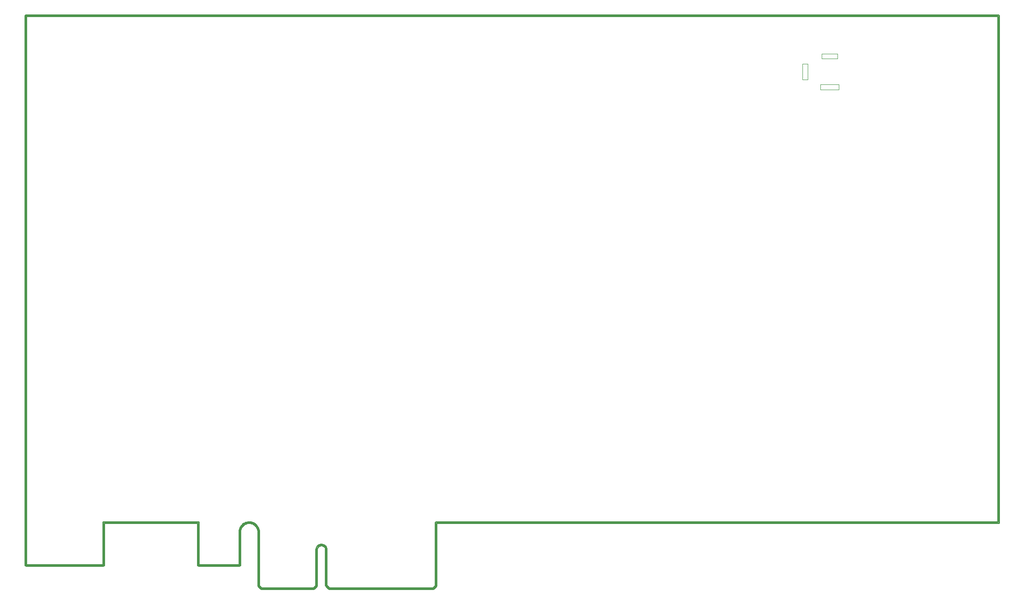
<source format=gm1>
%FSTAX25Y25*%
%MOIN*%
%SFA1B1*%

%IPPOS*%
%ADD13C,0.003940*%
%ADD14C,0.010000*%
%ADD168C,0.000000*%
%LNgrandmaster-1*%
%LPD*%
G54D13*
X0776138Y0543501D02*
D01*
X077612Y0544002*
X0776068Y05445*
X077598Y0544994*
X0775859Y0545481*
X0775704Y0545958*
X0775516Y0546423*
X0775296Y0546874*
X0775046Y0547308*
X0774765Y0547724*
X0774457Y0548119*
X0774121Y0548492*
X077376Y054884*
X0773376Y0549162*
X077297Y0549457*
X0772545Y0549723*
X0772102Y0549958*
X0771644Y0550162*
X0771173Y0550334*
X0770691Y0550472*
X07702Y0550576*
X0769704Y0550646*
X0769203Y0550681*
X0768702*
X0768201Y0550646*
X0767705Y0550576*
X0767214Y0550472*
X0766732Y0550334*
X0766261Y0550162*
X0765803Y0549958*
X076536Y0549723*
X0764935Y0549457*
X0764529Y0549162*
X0764145Y054884*
X0763784Y0548492*
X0763448Y0548119*
X076314Y0547724*
X0762859Y0547308*
X0762609Y0546874*
X0762389Y0546423*
X0762201Y0545958*
X0762046Y0545481*
X0761925Y0544994*
X0761837Y05445*
X0761785Y0544002*
X0761768Y0543501*
X0598972Y0518205D02*
X0658028D01*
Y0550686*
X0730272*
Y0518205D02*
Y0550686D01*
Y0518205D02*
X0761768D01*
Y0543501*
G54D14*
X133991Y0937169D02*
D01*
X1339884Y0937192*
X1339857Y0937214*
X1339829Y0937235*
X1339799Y0937253*
X1339768Y0937269*
X1339736Y0937282*
X1339703Y0937294*
X1339669Y0937303*
X1339635Y093731*
X13396Y0937314*
X1339565Y0937316*
X1339555Y0937317*
X1340105Y0936767D02*
D01*
X1340103Y0936801*
X13401Y0936836*
X1340094Y093687*
X1340085Y0936904*
X1340074Y0936938*
X1340061Y093697*
X1340046Y0937001*
X1340029Y0937031*
X1340009Y093706*
X1339988Y0937088*
X1339964Y0937114*
X1339959Y0937121*
X1339909Y0937171D02*
D01*
X1339883Y0937194*
X1339856Y0937216*
X1339827Y0937236*
X1339797Y0937254*
X1339766Y093727*
X1339734Y0937284*
X1339701Y0937295*
X1339667Y0937304*
X1339633Y0937311*
X1339598Y0937315*
X1339563Y0937317*
X1339555Y0937317*
X1340105Y0936767D02*
D01*
X1340103Y0936801*
X13401Y0936836*
X1340094Y093687*
X1340085Y0936904*
X1340074Y0936938*
X1340061Y093697*
X1340046Y0937001*
X1340029Y0937031*
X1340009Y093706*
X1339988Y0937088*
X1339964Y0937114*
X1339957Y0937122*
X1339959Y0550231D02*
D01*
X1339982Y0550256*
X1340004Y0550283*
X1340024Y0550312*
X1340042Y0550342*
X1340058Y0550373*
X1340072Y0550405*
X1340083Y0550438*
X1340092Y0550472*
X1340099Y0550506*
X1340103Y0550541*
X1340105Y0550576*
X1340105Y0550585*
X1339957Y055023D02*
D01*
X133998Y0550255*
X1340002Y0550282*
X1340023Y055031*
X1340041Y055034*
X1340057Y0550371*
X134007Y0550403*
X1340082Y0550436*
X1340091Y055047*
X1340098Y0550504*
X1340102Y0550539*
X1340104Y0550574*
X1340105Y0550585*
X1339555Y0550035D02*
D01*
X1339589Y0550036*
X1339624Y0550039*
X1339658Y0550045*
X1339692Y0550054*
X1339726Y0550065*
X1339758Y0550078*
X1339789Y0550093*
X1339819Y055011*
X1339848Y055013*
X1339876Y0550151*
X1339902Y0550175*
X133991Y0550183*
X1339555Y0550035D02*
D01*
X1339589Y0550036*
X1339624Y0550039*
X1339658Y0550045*
X1339692Y0550054*
X1339726Y0550065*
X1339758Y0550078*
X1339789Y0550093*
X1339819Y055011*
X1339848Y055013*
X1339876Y0550151*
X1339902Y0550175*
X1339909Y0550181*
X0911254Y0551035D02*
D01*
X0911219Y0551033*
X0911184Y055103*
X091115Y0551024*
X0911116Y0551015*
X0911082Y0551004*
X091105Y0550991*
X0911019Y0550976*
X0910989Y0550959*
X091096Y0550939*
X0910932Y0550918*
X0910906Y0550894*
X0910882Y0550869*
X0910859Y0550842*
X0910839Y0550814*
X091082Y0550785*
X0910804Y0550754*
X091079Y0550722*
X0910778Y0550689*
X0910768Y0550655*
X0910761Y0550621*
X0910756Y0550587*
X0910754Y0550552*
X0910754Y0550535*
X0911254Y0551035D02*
D01*
X0911219Y0551033*
X0911184Y055103*
X091115Y0551024*
X0911116Y0551015*
X0911082Y0551004*
X091105Y0550991*
X0911019Y0550976*
X0910989Y0550959*
X091096Y0550939*
X0910932Y0550918*
X0910906Y0550894*
X0910882Y0550869*
X0910859Y0550842*
X0910839Y0550814*
X091082Y0550785*
X0910804Y0550754*
X091079Y0550722*
X0910778Y0550689*
X0910768Y0550655*
X0910761Y0550621*
X0910756Y0550587*
X0910754Y0550552*
X0910754Y0550535*
X0828204Y0529885D02*
D01*
X0828193Y0530174*
X0828163Y0530462*
X0828113Y0530747*
X0828043Y0531028*
X0827953Y0531304*
X0827845Y0531572*
X0827718Y0531833*
X0827573Y0532084*
X0827411Y0532324*
X0827233Y0532552*
X0827039Y0532767*
X082683Y0532969*
X0826608Y0533155*
X0826374Y0533325*
X0826129Y0533479*
X0825873Y0533614*
X0825608Y0533732*
X0825336Y0533831*
X0825057Y0533911*
X0824774Y0533971*
X0824487Y0534012*
X0824198Y0534032*
X0824054Y0534035*
X0827204Y0529885D02*
D01*
X0827196Y0530104*
X0827173Y0530323*
X0827135Y0530539*
X0827081Y0530753*
X0827014Y0530962*
X0826931Y0531166*
X0826835Y0531363*
X0826725Y0531554*
X0826602Y0531736*
X0826467Y0531909*
X0826319Y0532073*
X0826161Y0532225*
X0825993Y0532367*
X0825815Y0532496*
X0825629Y0532612*
X0825434Y0532716*
X0825234Y0532805*
X0825027Y053288*
X0824816Y0532941*
X08246Y0532987*
X0824383Y0533017*
X0824163Y0533033*
X0824054Y0533035*
X0823954Y0534035D02*
D01*
X0823664Y0534024*
X0823376Y0533994*
X0823091Y0533944*
X082281Y0533874*
X0822534Y0533784*
X0822266Y0533676*
X0822005Y0533549*
X0821754Y0533404*
X0821514Y0533242*
X0821286Y0533064*
X0821071Y053287*
X0820869Y0532661*
X0820683Y0532439*
X0820513Y0532205*
X0820359Y053196*
X0820224Y0531704*
X0820106Y0531439*
X0820007Y0531167*
X0819927Y0530888*
X0819867Y0530605*
X0819826Y0530318*
X0819806Y0530029*
X0819804Y0529885*
X0823954Y0533035D02*
D01*
X0823734Y0533027*
X0823515Y0533004*
X0823299Y0532966*
X0823085Y0532912*
X0822876Y0532845*
X0822672Y0532762*
X0822475Y0532666*
X0822284Y0532556*
X0822102Y0532433*
X0821929Y0532298*
X0821765Y053215*
X0821613Y0531992*
X0821471Y0531824*
X0821342Y0531646*
X0821226Y053146*
X0821122Y0531265*
X0821033Y0531065*
X0820958Y0530858*
X0820897Y0530647*
X0820851Y0530431*
X0820821Y0530214*
X0820805Y0529994*
X0820804Y0529885*
X0911716Y0502294D02*
D01*
X0911728Y0502326*
X0911738Y050236*
X0911745Y0502394*
X091175Y0502428*
X0911753Y0502463*
X0911754Y0502485*
X0911716Y0502295D02*
D01*
X0911728Y0502327*
X0911737Y0502361*
X0911745Y0502395*
X091175Y0502429*
X0911753Y0502464*
X0911754Y0502485*
X0911716Y0502293D02*
D01*
X0911716Y0502293*
X0911716Y0502293*
X0911716Y0502294*
X0911716Y0502294*
X0911716Y0502295*
X0911701Y0502257D02*
D01*
X0911701Y0502257*
X0911701Y0502257*
X0911701Y0502258*
X0911701Y0502258*
X0911701Y0502259*
X0911702*
X0911593Y0502096D02*
D01*
X0911616Y0502121*
X0911638Y0502148*
X0911658Y0502177*
X0911676Y0502207*
X0911692Y0502238*
X0911701Y0502257*
X0911591Y0502094D02*
D01*
X0911614Y0502119*
X0911636Y0502146*
X0911657Y0502174*
X0911675Y0502204*
X0911691Y0502235*
X0911701Y0502258*
X0909431Y0499988D02*
D01*
X0909462Y0500002*
X0909493Y0500019*
X0909522Y0500037*
X090955Y0500058*
X0909577Y0500081*
X0909595Y0500098*
X0909432Y0499988D02*
D01*
X0909463Y0500002*
X0909494Y0500019*
X0909523Y0500038*
X0909551Y0500058*
X0909578Y0500081*
X0909593Y0500096*
X090943Y0499987D02*
D01*
X090943Y0499987*
X090943Y0499987*
X0909431Y0499987*
X0909431Y0499987*
X0909432Y0499987*
Y0499988*
X0909394Y0499972D02*
D01*
X0909394Y0499972*
X0909394Y0499972*
X0909395Y0499972*
X0909395Y0499972*
X0909396Y0499972*
Y0499973*
X0909204Y0499935D02*
D01*
X0909238Y0499936*
X0909273Y0499939*
X0909307Y0499945*
X0909341Y0499954*
X0909375Y0499965*
X0909394Y0499972*
X0909204Y0499935D02*
D01*
X0909238Y0499936*
X0909273Y0499939*
X0909307Y0499945*
X0909341Y0499954*
X0909375Y0499965*
X0909395Y0499973*
X0829563D02*
D01*
X0829595Y049996*
X0829629Y049995*
X0829663Y0499943*
X0829697Y0499938*
X0829732Y0499935*
X0829754Y0499935*
X0829526Y0499988D02*
D01*
X0829526Y0499987*
X0829526Y0499987*
X0829527Y0499987*
X0829527Y0499987*
X0829528Y0499987*
Y0499987*
X0829365Y0500096D02*
D01*
X082939Y0500072*
X0829417Y050005*
X0829446Y050003*
X0829476Y0500012*
X0829507Y0499996*
X0829526Y0499988*
X0827204Y0502485D02*
D01*
X0827205Y050245*
X0827208Y0502415*
X0827214Y0502381*
X0827223Y0502347*
X0827234Y0502313*
X0827242Y0502294*
Y0502295D02*
D01*
X0827242Y0502294*
X0827242Y0502294*
X0827242Y0502293*
X0827242Y0502293*
X0827242Y0502293*
X0827204Y0502485D02*
D01*
X0827205Y050245*
X0827208Y0502415*
X0827214Y0502381*
X0827223Y0502347*
X0827234Y0502313*
X0827242Y0502295*
X0827257Y0502258D02*
D01*
X0827271Y0502226*
X0827288Y0502195*
X0827306Y0502166*
X0827327Y0502138*
X082735Y0502111*
X0827367Y0502094*
X0827257Y0502257D02*
D01*
X0827271Y0502225*
X0827288Y0502194*
X0827307Y0502165*
X0827327Y0502137*
X082735Y050211*
X0827365Y0502096*
X0827256Y0502259D02*
D01*
X0827256Y0502258*
X0827256Y0502258*
X0827256Y0502257*
X0827256Y0502257*
X0827257Y0502257*
X0820766Y0502294D02*
D01*
X0820778Y0502326*
X0820788Y050236*
X0820795Y0502394*
X08208Y0502428*
X0820803Y0502463*
X0820804Y0502485*
X0820767Y0502295D02*
D01*
X0820779Y0502327*
X0820788Y0502361*
X0820796Y0502395*
X0820801Y0502429*
X0820804Y0502464*
Y0502485*
X0820766Y0502293D02*
D01*
X0820766Y0502293*
X0820766Y0502293*
X0820766Y0502294*
X0820766Y0502294*
X0820766Y0502295*
X0820767*
X0820751Y0502257D02*
D01*
X0820751Y0502257*
X0820751Y0502257*
X0820751Y0502258*
X0820751Y0502258*
X0820751Y0502259*
X0820752*
X0820643Y0502096D02*
D01*
X0820666Y0502121*
X0820688Y0502148*
X0820708Y0502177*
X0820726Y0502207*
X0820742Y0502238*
X0820751Y0502257*
X0820641Y0502094D02*
D01*
X0820664Y0502119*
X0820686Y0502146*
X0820707Y0502174*
X0820725Y0502204*
X0820741Y0502235*
X0820751Y0502258*
X0829363Y0500098D02*
D01*
X0829388Y0500074*
X0829415Y0500052*
X0829443Y0500031*
X0829473Y0500013*
X0829504Y0499997*
X0829527Y0499988*
X0829564Y0499972D02*
D01*
X0829596Y0499959*
X082963Y049995*
X0829664Y0499942*
X0829698Y0499937*
X0829733Y0499934*
X0829754Y0499935*
X0829562Y0499973D02*
D01*
X0829562Y0499972*
X0829562Y0499972*
X0829563Y0499972*
X0829563Y0499972*
X0829564Y0499972*
Y0499972*
X0818481Y0499988D02*
D01*
X0818512Y0500002*
X0818543Y0500019*
X0818572Y0500037*
X08186Y0500058*
X0818627Y0500081*
X0818645Y0500098*
X0818444Y0499972D02*
D01*
X0818444Y0499972*
X0818444Y0499972*
X0818445Y0499972*
X0818445Y0499972*
X0818446Y0499972*
Y0499973*
X0818254Y0499935D02*
D01*
X0818288Y0499936*
X0818323Y0499939*
X0818357Y0499945*
X0818391Y0499954*
X0818425Y0499965*
X0818444Y0499972*
X0769004Y0551135D02*
D01*
X076847Y0551116*
X0767939Y055106*
X0767413Y0550967*
X0766895Y0550838*
X0766387Y0550673*
X0765892Y0550473*
X0765412Y0550239*
X076495Y0549972*
X0764507Y0549673*
X0764086Y0549345*
X0763689Y0548987*
X0763318Y0548603*
X0762975Y0548194*
X0762661Y0547762*
X0762378Y054731*
X0762128Y0546838*
X0761911Y054635*
X0761728Y0545848*
X0761581Y0545335*
X076147Y0544813*
X0761395Y0544284*
X0761358Y0543751*
X0761354Y0543485*
X0776654D02*
D01*
X0776635Y0544018*
X0776579Y0544549*
X0776486Y0545075*
X0776357Y0545593*
X0776192Y0546101*
X0775992Y0546596*
X0775758Y0547076*
X0775491Y0547538*
X0775192Y0547981*
X0774864Y0548402*
X0774506Y0548799*
X0774122Y054917*
X0773713Y0549513*
X0773281Y0549827*
X0772829Y055011*
X0772357Y055036*
X0771869Y0550577*
X0771367Y055076*
X0770854Y0550907*
X0770332Y0551018*
X0769803Y0551093*
X076927Y055113*
X0769004Y0551135*
Y0550135D02*
D01*
X076854Y0550118*
X0768078Y055007*
X0767621Y0549989*
X0767171Y0549877*
X0766729Y0549733*
X0766299Y054956*
X0765882Y0549356*
X076548Y0549124*
X0765095Y0548864*
X0764729Y0548579*
X0764384Y0548268*
X0764062Y0547934*
X0763763Y0547579*
X076349Y0547203*
X0763244Y054681*
X0763027Y05464*
X0762838Y0545976*
X0762679Y0545539*
X0762551Y0545093*
X0762455Y0544639*
X076239Y054418*
X0762358Y0543717*
X0762354Y0543485*
X0730754Y0550635D02*
D01*
X0730752Y0550669*
X0730749Y0550704*
X0730743Y0550738*
X0730734Y0550772*
X0730723Y0550806*
X073071Y0550838*
X0730695Y0550869*
X0730678Y0550899*
X0730658Y0550928*
X0730637Y0550956*
X0730613Y0550982*
X0730588Y0551006*
X0730561Y0551029*
X0730533Y0551049*
X0730504Y0551068*
X0730473Y0551084*
X0730441Y0551098*
X0730408Y055111*
X0730374Y055112*
X073034Y0551127*
X0730306Y0551132*
X0730271Y0551134*
X0730254Y0551135*
X0730754Y0550635D02*
D01*
X0730752Y0550669*
X0730749Y0550704*
X0730743Y0550738*
X0730734Y0550772*
X0730723Y0550806*
X073071Y0550838*
X0730695Y0550869*
X0730678Y0550899*
X0730658Y0550928*
X0730637Y0550956*
X0730613Y0550982*
X0730588Y0551006*
X0730561Y0551029*
X0730533Y0551049*
X0730504Y0551068*
X0730473Y0551084*
X0730441Y0551098*
X0730408Y055111*
X0730374Y055112*
X073034Y0551127*
X0730306Y0551132*
X0730271Y0551134*
X0730254Y0551135*
X0775654Y0543485D02*
D01*
X0775637Y0543948*
X0775589Y054441*
X0775508Y0544867*
X0775396Y0545317*
X0775252Y0545759*
X0775079Y0546189*
X0774875Y0546606*
X0774643Y0547008*
X0774383Y0547393*
X0774098Y0547759*
X0773787Y0548104*
X0773453Y0548426*
X0773098Y0548725*
X0772722Y0548998*
X0772329Y0549244*
X0771919Y0549461*
X0771495Y054965*
X0771058Y0549809*
X0770612Y0549937*
X0770158Y0550033*
X0769699Y0550098*
X0769236Y055013*
X0769004Y0550135*
X0658154Y0551135D02*
D01*
X0658119Y0551133*
X0658084Y055113*
X065805Y0551124*
X0658016Y0551115*
X0657982Y0551104*
X065795Y0551091*
X0657919Y0551076*
X0657889Y0551059*
X065786Y0551039*
X0657832Y0551018*
X0657806Y0550994*
X0657782Y0550969*
X0657759Y0550942*
X0657739Y0550914*
X065772Y0550885*
X0657704Y0550854*
X065769Y0550822*
X0657678Y0550789*
X0657668Y0550755*
X0657661Y0550721*
X0657656Y0550687*
X0657654Y0550652*
X0657654Y0550635*
X0658154Y0551135D02*
D01*
X0658119Y0551133*
X0658084Y055113*
X065805Y0551124*
X0658016Y0551115*
X0657982Y0551104*
X065795Y0551091*
X0657919Y0551076*
X0657889Y0551059*
X065786Y0551039*
X0657832Y0551018*
X0657806Y0550994*
X0657782Y0550969*
X0657759Y0550942*
X0657739Y0550914*
X065772Y0550885*
X0657704Y0550854*
X065769Y0550822*
X0657678Y0550789*
X0657668Y0550755*
X0657661Y0550721*
X0657656Y0550687*
X0657654Y0550652*
X0657654Y0550635*
X0599004Y0937317D02*
D01*
X0598969Y0937315*
X0598934Y0937312*
X05989Y0937306*
X0598866Y0937297*
X0598832Y0937286*
X05988Y0937273*
X0598769Y0937258*
X0598739Y0937241*
X059871Y0937221*
X0598682Y09372*
X0598656Y0937176*
X059865Y0937171*
X0598602Y0937122D02*
D01*
X0598578Y0937096*
X0598556Y0937069*
X0598535Y0937041*
X0598517Y0937011*
X0598501Y093698*
X0598488Y0936948*
X0598476Y0936915*
X0598467Y0936881*
X059846Y0936847*
X0598456Y0936812*
X0598454Y0936777*
X0598454Y0936767*
X0599004Y0937317D02*
D01*
X0598969Y0937315*
X0598934Y0937312*
X05989Y0937306*
X0598866Y0937297*
X0598832Y0937286*
X05988Y0937273*
X0598769Y0937258*
X0598739Y0937241*
X059871Y0937221*
X0598682Y09372*
X0598656Y0937176*
X0598649Y0937169*
X05986Y0937121D02*
D01*
X0598576Y0937095*
X0598554Y0937068*
X0598534Y0937039*
X0598516Y0937009*
X05985Y0936978*
X0598486Y0936946*
X0598475Y0936913*
X0598466Y0936879*
X0598459Y0936845*
X0598455Y093681*
X0598453Y0936775*
X0598454Y0936767*
X0777813Y0500098D02*
D01*
X0777838Y0500074*
X0777865Y0500052*
X0777893Y0500031*
X0777923Y0500013*
X0777954Y0499997*
X0777977Y0499988*
X0775654Y0502485D02*
D01*
X0775655Y050245*
X0775658Y0502415*
X0775664Y0502381*
X0775673Y0502347*
X0775684Y0502313*
X0775692Y0502294*
X0775707Y0502257D02*
D01*
X0775721Y0502225*
X0775738Y0502194*
X0775757Y0502165*
X0775777Y0502137*
X07758Y050211*
X0775815Y0502096*
X0775706Y0502259D02*
D01*
X0775706Y0502258*
X0775706Y0502258*
X0775706Y0502257*
X0775706Y0502257*
X0775707Y0502257*
Y0502258D02*
D01*
X0775721Y0502226*
X0775738Y0502195*
X0775756Y0502166*
X0775777Y0502138*
X07758Y0502111*
X0775817Y0502094*
X0775692Y0502295D02*
D01*
X0775692Y0502294*
X0775692Y0502294*
X0775692Y0502293*
X0775692Y0502293*
X0775692Y0502293*
X0775654Y0502485D02*
D01*
X0775655Y050245*
X0775658Y0502415*
X0775664Y0502381*
X0775673Y0502347*
X0775684Y0502313*
X0775692Y0502295*
X0818254Y0499935D02*
D01*
X0818288Y0499936*
X0818323Y0499939*
X0818357Y0499945*
X0818391Y0499954*
X0818425Y0499965*
X0818445Y0499973*
X0818482Y0499988D02*
D01*
X0818513Y0500002*
X0818544Y0500019*
X0818573Y0500038*
X0818601Y0500058*
X0818628Y0500081*
X0818643Y0500096*
X081848Y0499987D02*
D01*
X081848Y0499987*
X081848Y0499987*
X0818481Y0499987*
X0818481Y0499987*
X0818482Y0499987*
Y0499988*
X0777976D02*
D01*
X0777976Y0499987*
X0777976Y0499987*
X0777977Y0499987*
X0777977Y0499987*
X0777978Y0499987*
Y0499987*
X0777815Y0500096D02*
D01*
X077784Y0500072*
X0777867Y050005*
X0777896Y050003*
X0777926Y0500012*
X0777957Y0499996*
X0777976Y0499988*
X0778013Y0499973D02*
D01*
X0778045Y049996*
X0778079Y049995*
X0778113Y0499943*
X0778147Y0499938*
X0778182Y0499935*
X0778204Y0499935*
X0778014Y0499972D02*
D01*
X0778046Y0499959*
X077808Y049995*
X0778114Y0499942*
X0778148Y0499937*
X0778183Y0499934*
X0778204Y0499935*
X0778012Y0499973D02*
D01*
X0778012Y0499972*
X0778012Y0499972*
X0778013Y0499972*
X0778013Y0499972*
X0778014Y0499972*
Y0499972*
X0762206Y051783D02*
D01*
X0762229Y0517855*
X0762251Y0517882*
X0762272Y051791*
X076229Y051794*
X0762306Y0517971*
X0762319Y0518003*
X0762331Y0518036*
X076234Y051807*
X0762347Y0518104*
X0762351Y0518139*
X0762353Y0518174*
X0762354Y0518185*
X0762208Y0517831D02*
D01*
X0762231Y0517856*
X0762253Y0517883*
X0762273Y0517912*
X0762291Y0517942*
X0762307Y0517973*
X0762321Y0518005*
X0762332Y0518038*
X0762341Y0518072*
X0762348Y0518106*
X0762352Y0518141*
X0762354Y0518176*
X0762354Y0518185*
X0729754D02*
D01*
X0729755Y051815*
X0729758Y0518115*
X0729764Y0518081*
X0729773Y0518047*
X0729784Y0518013*
X0729797Y0517981*
X0729812Y051795*
X0729829Y051792*
X0729849Y0517891*
X072987Y0517863*
X0729894Y0517837*
X0729902Y051783*
X0761804Y0517635D02*
D01*
X0761838Y0517636*
X0761873Y0517639*
X0761907Y0517645*
X0761941Y0517654*
X0761975Y0517665*
X0762007Y0517678*
X0762038Y0517693*
X0762068Y051771*
X0762097Y051773*
X0762125Y0517751*
X0762151Y0517775*
X0762158Y0517781*
X0729949Y0517783D02*
D01*
X0729974Y0517759*
X0730001Y0517737*
X0730029Y0517716*
X0730059Y0517698*
X073009Y0517682*
X0730122Y0517669*
X0730155Y0517657*
X0730189Y0517648*
X0730223Y0517641*
X0730258Y0517637*
X0730293Y0517635*
X0730304Y0517635*
X0729754Y0518185D02*
D01*
X0729755Y051815*
X0729758Y0518115*
X0729764Y0518081*
X0729773Y0518047*
X0729784Y0518013*
X0729797Y0517981*
X0729812Y051795*
X0729829Y051792*
X0729849Y0517891*
X072987Y0517863*
X0729894Y0517837*
X07299Y0517831*
X0658508D02*
D01*
X0658531Y0517856*
X0658553Y0517883*
X0658573Y0517912*
X0658591Y0517942*
X0658607Y0517973*
X0658621Y0518005*
X0658632Y0518038*
X0658641Y0518072*
X0658648Y0518106*
X0658652Y0518141*
X0658654Y0518176*
X0658654Y0518185*
X0598454D02*
D01*
X0598455Y051815*
X0598458Y0518115*
X0598464Y0518081*
X0598473Y0518047*
X0598484Y0518013*
X0598497Y0517981*
X0598512Y051795*
X0598529Y051792*
X0598549Y0517891*
X059857Y0517863*
X0598594Y0517837*
X05986Y0517831*
X0658104Y0517635D02*
D01*
X0658138Y0517636*
X0658173Y0517639*
X0658207Y0517645*
X0658241Y0517654*
X0658275Y0517665*
X0658307Y0517678*
X0658338Y0517693*
X0658368Y051771*
X0658397Y051773*
X0658425Y0517751*
X0658451Y0517775*
X0658458Y0517781*
X0658506Y051783D02*
D01*
X0658529Y0517855*
X0658551Y0517882*
X0658572Y051791*
X065859Y051794*
X0658606Y0517971*
X0658619Y0518003*
X0658631Y0518036*
X065864Y051807*
X0658647Y0518104*
X0658651Y0518139*
X0658653Y0518174*
X0658654Y0518185*
X0598649Y0517783D02*
D01*
X0598674Y0517759*
X0598701Y0517737*
X0598729Y0517716*
X0598759Y0517698*
X059879Y0517682*
X0598822Y0517669*
X0598855Y0517657*
X0598889Y0517648*
X0598923Y0517641*
X0598958Y0517637*
X0598993Y0517635*
X0599004Y0517635*
X0761804D02*
D01*
X0761838Y0517636*
X0761873Y0517639*
X0761907Y0517645*
X0761941Y0517654*
X0761975Y0517665*
X0762007Y0517678*
X0762038Y0517693*
X0762068Y051771*
X0762097Y051773*
X0762125Y0517751*
X0762151Y0517775*
X0762159Y0517783*
X072995Y0517781D02*
D01*
X0729975Y0517757*
X0730002Y0517735*
X0730031Y0517715*
X0730061Y0517697*
X0730092Y0517681*
X0730124Y0517667*
X0730157Y0517656*
X0730191Y0517647*
X0730225Y051764*
X073026Y0517636*
X0730295Y0517634*
X0730304Y0517635*
X0598454Y0518185D02*
D01*
X0598455Y051815*
X0598458Y0518115*
X0598464Y0518081*
X0598473Y0518047*
X0598484Y0518013*
X0598497Y0517981*
X0598512Y051795*
X0598529Y051792*
X0598549Y0517891*
X059857Y0517863*
X0598594Y0517837*
X0598602Y051783*
X0658104Y0517635D02*
D01*
X0658138Y0517636*
X0658173Y0517639*
X0658207Y0517645*
X0658241Y0517654*
X0658275Y0517665*
X0658307Y0517678*
X0658338Y0517693*
X0658368Y051771*
X0658397Y051773*
X0658425Y0517751*
X0658451Y0517775*
X0658459Y0517783*
X059865Y0517781D02*
D01*
X0598675Y0517757*
X0598702Y0517735*
X0598731Y0517715*
X0598761Y0517697*
X0598792Y0517681*
X0598824Y0517667*
X0598857Y0517656*
X0598891Y0517647*
X0598925Y051764*
X059896Y0517636*
X0598995Y0517634*
X0599004Y0517635*
X1339909Y0937171D02*
X133991Y0937169D01*
X1339957Y0937122*
X1339959Y0937121*
X1340105Y0550585D02*
Y0936767D01*
X1339105Y0551035D02*
Y0936317D01*
X1339957Y055023D02*
X1339959Y0550231D01*
X133991Y0550183D02*
X1339957Y055023D01*
X1339909Y0550181D02*
X133991Y0550183D01*
X0911254Y0551035D02*
X1339105D01*
X0911754Y0550035D02*
X1339555D01*
X0911754Y0502485D02*
Y0550035D01*
X0823954Y0534035D02*
X0824054D01*
X0910754Y0502671D02*
Y0550535D01*
X0828204Y0502671D02*
Y0529885D01*
X0827204Y0502485D02*
Y0529885D01*
X0823954Y0533035D02*
X0824054D01*
X0819804Y0502671D02*
Y0529885D01*
X0911716Y0502294D02*
Y0502295D01*
Y0502293D02*
Y0502294D01*
X0911702Y0502259D02*
X0911716Y0502293D01*
X0911701Y0502258D02*
X0911702Y0502259D01*
X0911701Y0502257D02*
Y0502258D01*
X0909018Y0500935D02*
X0910754Y0502671D01*
X082994Y0500935D02*
X0909018D01*
X0828204Y0502671D02*
X082994Y0500935D01*
X0911591Y0502094D02*
X0911593Y0502096D01*
X0909595Y0500098D02*
X0911591Y0502094D01*
X0909593Y0500096D02*
X0909595Y0500098D01*
X0909431Y0499988D02*
X0909432D01*
X090943Y0499987D02*
X0909431Y0499988D01*
X0909396Y0499973D02*
X090943Y0499987D01*
X0909395Y0499973D02*
X0909396D01*
X0909394Y0499972D02*
X0909395Y0499973D01*
X0829754Y0499935D02*
X0909204D01*
X0827242Y0502295D02*
Y0502294D01*
Y0502293*
X0827256Y0502259*
X0827257Y0502258*
Y0502257*
X0820804Y0502485D02*
Y0529885D01*
X0820766Y0502294D02*
X0820767Y0502295D01*
X0820766Y0502293D02*
Y0502294D01*
X0820752Y0502259D02*
X0820766Y0502293D01*
X0820751Y0502258D02*
X0820752Y0502259D01*
X0820751Y0502257D02*
Y0502258D01*
X0827365Y0502096D02*
X0827367Y0502094D01*
X0829363Y0500098*
X0829365Y0500096*
X0820641Y0502094D02*
X0820643Y0502096D01*
X0818645Y0500098D02*
X0820641Y0502094D01*
X0818643Y0500096D02*
X0818645Y0500098D01*
X0829563Y0499973D02*
X0829564Y0499972D01*
X0829562Y0499973D02*
X0829563D01*
X0829528Y0499987D02*
X0829562Y0499973D01*
X0829527Y0499988D02*
X0829528Y0499987D01*
X0829526Y0499988D02*
X0829527D01*
X0818481D02*
X0818482D01*
X081848Y0499987D02*
X0818481Y0499988D01*
X0818446Y0499973D02*
X081848Y0499987D01*
X0818445Y0499973D02*
X0818446D01*
X0818444Y0499972D02*
X0818445Y0499973D01*
X0599004Y0937317D02*
X1339555D01*
X0599454Y0936317D02*
X1339105D01*
X0730754Y0518635D02*
Y0550635D01*
X0762354Y0518185D02*
Y0543485D01*
X0730754Y0518635D02*
X0761354D01*
Y0543485*
X0658154Y0551135D02*
X0730254D01*
X0599454Y0518635D02*
Y0936317D01*
X0598649Y0937169D02*
X059865Y0937171D01*
X0598602Y0937122D02*
X0598649Y0937169D01*
X05986Y0937121D02*
X0598602Y0937122D01*
X0598454Y0518185D02*
Y0936767D01*
X0658654Y0550135D02*
X0729754D01*
Y0518185D02*
Y0550135D01*
X0658654Y0518185D02*
Y0550135D01*
X0599454Y0518635D02*
X0657654D01*
Y0550635*
X0776654Y0502671D02*
Y0543485D01*
Y0502671D02*
X077839Y0500935D01*
X0818068D02*
X0819804Y0502671D01*
X0775692Y0502295D02*
Y0502294D01*
Y0502293*
X0775706Y0502259*
X0775707Y0502258*
Y0502257*
X0775815Y0502096D02*
X0775817Y0502094D01*
X0777813Y0500098*
X0777815Y0500096*
X077839Y0500935D02*
X0818068D01*
X0778013Y0499973D02*
X0778014Y0499972D01*
X0778012Y0499973D02*
X0778013D01*
X0777978Y0499987D02*
X0778012Y0499973D01*
X0777977Y0499988D02*
X0777978Y0499987D01*
X0777976Y0499988D02*
X0777977D01*
X0778204Y0499935D02*
X0818254D01*
X0775654Y0502485D02*
Y0543485D01*
X07299Y0517831D02*
X0729902Y051783D01*
X0729949Y0517783*
X072995Y0517781*
X0762206Y051783D02*
X0762208Y0517831D01*
X0762159Y0517783D02*
X0762206Y051783D01*
X0762158Y0517781D02*
X0762159Y0517783D01*
X0658506Y051783D02*
X0658508Y0517831D01*
X0658459Y0517783D02*
X0658506Y051783D01*
X0658458Y0517781D02*
X0658459Y0517783D01*
X0730304Y0517635D02*
X0761804D01*
X05986Y0517831D02*
X0598602Y051783D01*
X0598649Y0517783*
X059865Y0517781*
X0599004Y0517635D02*
X0658104D01*
G54D168*
X121789Y0880409D02*
Y0884346D01*
X120411Y0880409D02*
X121789D01*
X120411D02*
Y0884346D01*
X121789*
X1216905Y0904031D02*
Y0907969D01*
X1205095Y0904031D02*
X1216905D01*
X1205095D02*
Y0907969D01*
X1216905*
X1190528Y0888284D02*
X1194465D01*
X1190528D02*
Y0900095D01*
X1194465*
Y0888284D02*
Y0900095D01*
M02*
</source>
